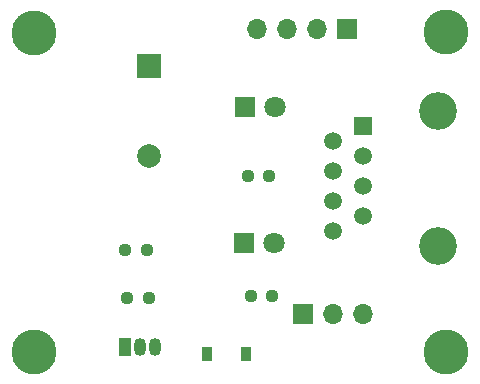
<source format=gbr>
%TF.GenerationSoftware,KiCad,Pcbnew,(6.0.8)*%
%TF.CreationDate,2022-10-29T21:58:50-05:00*%
%TF.ProjectId,SE,53452e6b-6963-4616-945f-706362585858,rev?*%
%TF.SameCoordinates,Original*%
%TF.FileFunction,Soldermask,Top*%
%TF.FilePolarity,Negative*%
%FSLAX46Y46*%
G04 Gerber Fmt 4.6, Leading zero omitted, Abs format (unit mm)*
G04 Created by KiCad (PCBNEW (6.0.8)) date 2022-10-29 21:58:50*
%MOMM*%
%LPD*%
G01*
G04 APERTURE LIST*
G04 Aperture macros list*
%AMRoundRect*
0 Rectangle with rounded corners*
0 $1 Rounding radius*
0 $2 $3 $4 $5 $6 $7 $8 $9 X,Y pos of 4 corners*
0 Add a 4 corners polygon primitive as box body*
4,1,4,$2,$3,$4,$5,$6,$7,$8,$9,$2,$3,0*
0 Add four circle primitives for the rounded corners*
1,1,$1+$1,$2,$3*
1,1,$1+$1,$4,$5*
1,1,$1+$1,$6,$7*
1,1,$1+$1,$8,$9*
0 Add four rect primitives between the rounded corners*
20,1,$1+$1,$2,$3,$4,$5,0*
20,1,$1+$1,$4,$5,$6,$7,0*
20,1,$1+$1,$6,$7,$8,$9,0*
20,1,$1+$1,$8,$9,$2,$3,0*%
G04 Aperture macros list end*
%ADD10R,0.900000X1.200000*%
%ADD11RoundRect,0.237500X0.250000X0.237500X-0.250000X0.237500X-0.250000X-0.237500X0.250000X-0.237500X0*%
%ADD12R,2.000000X2.000000*%
%ADD13C,2.000000*%
%ADD14R,1.700000X1.700000*%
%ADD15O,1.700000X1.700000*%
%ADD16RoundRect,0.237500X-0.250000X-0.237500X0.250000X-0.237500X0.250000X0.237500X-0.250000X0.237500X0*%
%ADD17C,3.800000*%
%ADD18R,1.800000X1.800000*%
%ADD19C,1.800000*%
%ADD20C,3.200000*%
%ADD21R,1.500000X1.500000*%
%ADD22C,1.500000*%
%ADD23R,1.050000X1.500000*%
%ADD24O,1.050000X1.500000*%
G04 APERTURE END LIST*
D10*
%TO.C,D5*%
X58710000Y-66340000D03*
X55410000Y-66340000D03*
%TD*%
D11*
%TO.C,R14*%
X50302500Y-57570000D03*
X48477500Y-57570000D03*
%TD*%
D12*
%TO.C,BZ1*%
X50440000Y-41960000D03*
D13*
X50440000Y-49560000D03*
%TD*%
D14*
%TO.C,J3*%
X63505000Y-62980000D03*
D15*
X66045000Y-62980000D03*
X68585000Y-62980000D03*
%TD*%
D16*
%TO.C,R19*%
X48620000Y-61610000D03*
X50445000Y-61610000D03*
%TD*%
D17*
%TO.C,REF\u002A\u002A*%
X40760000Y-66210000D03*
%TD*%
D11*
%TO.C,R18*%
X60912500Y-61450000D03*
X59087500Y-61450000D03*
%TD*%
D17*
%TO.C,REF\u002A\u002A*%
X40730000Y-39160000D03*
%TD*%
D16*
%TO.C,R1*%
X58830000Y-51250000D03*
X60655000Y-51250000D03*
%TD*%
D18*
%TO.C,D1*%
X58595000Y-45440000D03*
D19*
X61135000Y-45440000D03*
%TD*%
D17*
%TO.C,REF\u002A\u002A*%
X75630000Y-39070000D03*
%TD*%
D18*
%TO.C,D4*%
X58485000Y-56950000D03*
D19*
X61025000Y-56950000D03*
%TD*%
D17*
%TO.C,REF\u002A\u002A*%
X75640000Y-66220000D03*
%TD*%
D20*
%TO.C,J1*%
X74970000Y-45817500D03*
X74970000Y-57247500D03*
D21*
X68620000Y-47087500D03*
D22*
X66080000Y-48357500D03*
X68620000Y-49627500D03*
X66080000Y-50897500D03*
X68620000Y-52167500D03*
X66080000Y-53437500D03*
X68620000Y-54707500D03*
X66080000Y-55977500D03*
%TD*%
D23*
%TO.C,Q4*%
X48440000Y-65770000D03*
D24*
X49710000Y-65770000D03*
X50980000Y-65770000D03*
%TD*%
D14*
%TO.C,J2*%
X67240000Y-38810000D03*
D15*
X64700000Y-38810000D03*
X62160000Y-38810000D03*
X59620000Y-38810000D03*
%TD*%
M02*

</source>
